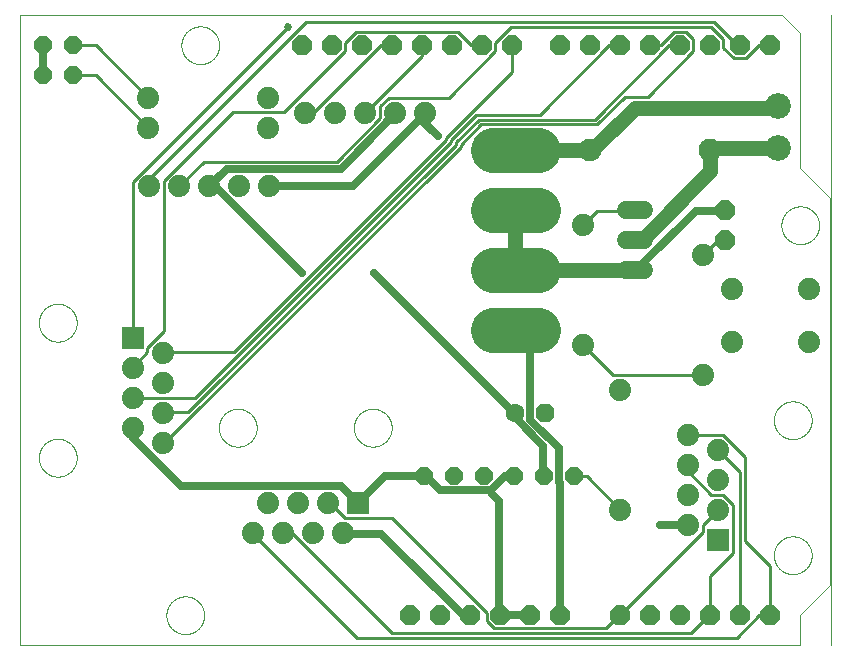
<source format=gtl>
G75*
%MOIN*%
%OFA0B0*%
%FSLAX25Y25*%
%IPPOS*%
%LPD*%
%AMOC8*
5,1,8,0,0,1.08239X$1,22.5*
%
%ADD10C,0.00000*%
%ADD11OC8,0.06600*%
%ADD12C,0.07400*%
%ADD13R,0.07400X0.07400*%
%ADD14C,0.08600*%
%ADD15C,0.06000*%
%ADD16OC8,0.06000*%
%ADD17OC8,0.06300*%
%ADD18C,0.06300*%
%ADD19C,0.15000*%
%ADD20C,0.07600*%
%ADD21C,0.01000*%
%ADD22C,0.02700*%
%ADD23C,0.05000*%
%ADD24C,0.02500*%
D10*
X0031420Y0005000D02*
X0031420Y0215000D01*
X0285420Y0215000D01*
X0291420Y0209000D01*
X0291420Y0164000D01*
X0301420Y0154000D01*
X0301420Y0025000D01*
X0291420Y0015000D01*
X0291420Y0005000D01*
X0031420Y0005000D01*
X0031420Y0214961D01*
X0085121Y0205000D02*
X0085123Y0205158D01*
X0085129Y0205316D01*
X0085139Y0205474D01*
X0085153Y0205632D01*
X0085171Y0205789D01*
X0085192Y0205946D01*
X0085218Y0206102D01*
X0085248Y0206258D01*
X0085281Y0206413D01*
X0085319Y0206566D01*
X0085360Y0206719D01*
X0085405Y0206871D01*
X0085454Y0207022D01*
X0085507Y0207171D01*
X0085563Y0207319D01*
X0085623Y0207465D01*
X0085687Y0207610D01*
X0085755Y0207753D01*
X0085826Y0207895D01*
X0085900Y0208035D01*
X0085978Y0208172D01*
X0086060Y0208308D01*
X0086144Y0208442D01*
X0086233Y0208573D01*
X0086324Y0208702D01*
X0086419Y0208829D01*
X0086516Y0208954D01*
X0086617Y0209076D01*
X0086721Y0209195D01*
X0086828Y0209312D01*
X0086938Y0209426D01*
X0087051Y0209537D01*
X0087166Y0209646D01*
X0087284Y0209751D01*
X0087405Y0209853D01*
X0087528Y0209953D01*
X0087654Y0210049D01*
X0087782Y0210142D01*
X0087912Y0210232D01*
X0088045Y0210318D01*
X0088180Y0210402D01*
X0088316Y0210481D01*
X0088455Y0210558D01*
X0088596Y0210630D01*
X0088738Y0210700D01*
X0088882Y0210765D01*
X0089028Y0210827D01*
X0089175Y0210885D01*
X0089324Y0210940D01*
X0089474Y0210991D01*
X0089625Y0211038D01*
X0089777Y0211081D01*
X0089930Y0211120D01*
X0090085Y0211156D01*
X0090240Y0211187D01*
X0090396Y0211215D01*
X0090552Y0211239D01*
X0090709Y0211259D01*
X0090867Y0211275D01*
X0091024Y0211287D01*
X0091183Y0211295D01*
X0091341Y0211299D01*
X0091499Y0211299D01*
X0091657Y0211295D01*
X0091816Y0211287D01*
X0091973Y0211275D01*
X0092131Y0211259D01*
X0092288Y0211239D01*
X0092444Y0211215D01*
X0092600Y0211187D01*
X0092755Y0211156D01*
X0092910Y0211120D01*
X0093063Y0211081D01*
X0093215Y0211038D01*
X0093366Y0210991D01*
X0093516Y0210940D01*
X0093665Y0210885D01*
X0093812Y0210827D01*
X0093958Y0210765D01*
X0094102Y0210700D01*
X0094244Y0210630D01*
X0094385Y0210558D01*
X0094524Y0210481D01*
X0094660Y0210402D01*
X0094795Y0210318D01*
X0094928Y0210232D01*
X0095058Y0210142D01*
X0095186Y0210049D01*
X0095312Y0209953D01*
X0095435Y0209853D01*
X0095556Y0209751D01*
X0095674Y0209646D01*
X0095789Y0209537D01*
X0095902Y0209426D01*
X0096012Y0209312D01*
X0096119Y0209195D01*
X0096223Y0209076D01*
X0096324Y0208954D01*
X0096421Y0208829D01*
X0096516Y0208702D01*
X0096607Y0208573D01*
X0096696Y0208442D01*
X0096780Y0208308D01*
X0096862Y0208172D01*
X0096940Y0208035D01*
X0097014Y0207895D01*
X0097085Y0207753D01*
X0097153Y0207610D01*
X0097217Y0207465D01*
X0097277Y0207319D01*
X0097333Y0207171D01*
X0097386Y0207022D01*
X0097435Y0206871D01*
X0097480Y0206719D01*
X0097521Y0206566D01*
X0097559Y0206413D01*
X0097592Y0206258D01*
X0097622Y0206102D01*
X0097648Y0205946D01*
X0097669Y0205789D01*
X0097687Y0205632D01*
X0097701Y0205474D01*
X0097711Y0205316D01*
X0097717Y0205158D01*
X0097719Y0205000D01*
X0097717Y0204842D01*
X0097711Y0204684D01*
X0097701Y0204526D01*
X0097687Y0204368D01*
X0097669Y0204211D01*
X0097648Y0204054D01*
X0097622Y0203898D01*
X0097592Y0203742D01*
X0097559Y0203587D01*
X0097521Y0203434D01*
X0097480Y0203281D01*
X0097435Y0203129D01*
X0097386Y0202978D01*
X0097333Y0202829D01*
X0097277Y0202681D01*
X0097217Y0202535D01*
X0097153Y0202390D01*
X0097085Y0202247D01*
X0097014Y0202105D01*
X0096940Y0201965D01*
X0096862Y0201828D01*
X0096780Y0201692D01*
X0096696Y0201558D01*
X0096607Y0201427D01*
X0096516Y0201298D01*
X0096421Y0201171D01*
X0096324Y0201046D01*
X0096223Y0200924D01*
X0096119Y0200805D01*
X0096012Y0200688D01*
X0095902Y0200574D01*
X0095789Y0200463D01*
X0095674Y0200354D01*
X0095556Y0200249D01*
X0095435Y0200147D01*
X0095312Y0200047D01*
X0095186Y0199951D01*
X0095058Y0199858D01*
X0094928Y0199768D01*
X0094795Y0199682D01*
X0094660Y0199598D01*
X0094524Y0199519D01*
X0094385Y0199442D01*
X0094244Y0199370D01*
X0094102Y0199300D01*
X0093958Y0199235D01*
X0093812Y0199173D01*
X0093665Y0199115D01*
X0093516Y0199060D01*
X0093366Y0199009D01*
X0093215Y0198962D01*
X0093063Y0198919D01*
X0092910Y0198880D01*
X0092755Y0198844D01*
X0092600Y0198813D01*
X0092444Y0198785D01*
X0092288Y0198761D01*
X0092131Y0198741D01*
X0091973Y0198725D01*
X0091816Y0198713D01*
X0091657Y0198705D01*
X0091499Y0198701D01*
X0091341Y0198701D01*
X0091183Y0198705D01*
X0091024Y0198713D01*
X0090867Y0198725D01*
X0090709Y0198741D01*
X0090552Y0198761D01*
X0090396Y0198785D01*
X0090240Y0198813D01*
X0090085Y0198844D01*
X0089930Y0198880D01*
X0089777Y0198919D01*
X0089625Y0198962D01*
X0089474Y0199009D01*
X0089324Y0199060D01*
X0089175Y0199115D01*
X0089028Y0199173D01*
X0088882Y0199235D01*
X0088738Y0199300D01*
X0088596Y0199370D01*
X0088455Y0199442D01*
X0088316Y0199519D01*
X0088180Y0199598D01*
X0088045Y0199682D01*
X0087912Y0199768D01*
X0087782Y0199858D01*
X0087654Y0199951D01*
X0087528Y0200047D01*
X0087405Y0200147D01*
X0087284Y0200249D01*
X0087166Y0200354D01*
X0087051Y0200463D01*
X0086938Y0200574D01*
X0086828Y0200688D01*
X0086721Y0200805D01*
X0086617Y0200924D01*
X0086516Y0201046D01*
X0086419Y0201171D01*
X0086324Y0201298D01*
X0086233Y0201427D01*
X0086144Y0201558D01*
X0086060Y0201692D01*
X0085978Y0201828D01*
X0085900Y0201965D01*
X0085826Y0202105D01*
X0085755Y0202247D01*
X0085687Y0202390D01*
X0085623Y0202535D01*
X0085563Y0202681D01*
X0085507Y0202829D01*
X0085454Y0202978D01*
X0085405Y0203129D01*
X0085360Y0203281D01*
X0085319Y0203434D01*
X0085281Y0203587D01*
X0085248Y0203742D01*
X0085218Y0203898D01*
X0085192Y0204054D01*
X0085171Y0204211D01*
X0085153Y0204368D01*
X0085139Y0204526D01*
X0085129Y0204684D01*
X0085123Y0204842D01*
X0085121Y0205000D01*
X0037621Y0112500D02*
X0037623Y0112658D01*
X0037629Y0112816D01*
X0037639Y0112974D01*
X0037653Y0113132D01*
X0037671Y0113289D01*
X0037692Y0113446D01*
X0037718Y0113602D01*
X0037748Y0113758D01*
X0037781Y0113913D01*
X0037819Y0114066D01*
X0037860Y0114219D01*
X0037905Y0114371D01*
X0037954Y0114522D01*
X0038007Y0114671D01*
X0038063Y0114819D01*
X0038123Y0114965D01*
X0038187Y0115110D01*
X0038255Y0115253D01*
X0038326Y0115395D01*
X0038400Y0115535D01*
X0038478Y0115672D01*
X0038560Y0115808D01*
X0038644Y0115942D01*
X0038733Y0116073D01*
X0038824Y0116202D01*
X0038919Y0116329D01*
X0039016Y0116454D01*
X0039117Y0116576D01*
X0039221Y0116695D01*
X0039328Y0116812D01*
X0039438Y0116926D01*
X0039551Y0117037D01*
X0039666Y0117146D01*
X0039784Y0117251D01*
X0039905Y0117353D01*
X0040028Y0117453D01*
X0040154Y0117549D01*
X0040282Y0117642D01*
X0040412Y0117732D01*
X0040545Y0117818D01*
X0040680Y0117902D01*
X0040816Y0117981D01*
X0040955Y0118058D01*
X0041096Y0118130D01*
X0041238Y0118200D01*
X0041382Y0118265D01*
X0041528Y0118327D01*
X0041675Y0118385D01*
X0041824Y0118440D01*
X0041974Y0118491D01*
X0042125Y0118538D01*
X0042277Y0118581D01*
X0042430Y0118620D01*
X0042585Y0118656D01*
X0042740Y0118687D01*
X0042896Y0118715D01*
X0043052Y0118739D01*
X0043209Y0118759D01*
X0043367Y0118775D01*
X0043524Y0118787D01*
X0043683Y0118795D01*
X0043841Y0118799D01*
X0043999Y0118799D01*
X0044157Y0118795D01*
X0044316Y0118787D01*
X0044473Y0118775D01*
X0044631Y0118759D01*
X0044788Y0118739D01*
X0044944Y0118715D01*
X0045100Y0118687D01*
X0045255Y0118656D01*
X0045410Y0118620D01*
X0045563Y0118581D01*
X0045715Y0118538D01*
X0045866Y0118491D01*
X0046016Y0118440D01*
X0046165Y0118385D01*
X0046312Y0118327D01*
X0046458Y0118265D01*
X0046602Y0118200D01*
X0046744Y0118130D01*
X0046885Y0118058D01*
X0047024Y0117981D01*
X0047160Y0117902D01*
X0047295Y0117818D01*
X0047428Y0117732D01*
X0047558Y0117642D01*
X0047686Y0117549D01*
X0047812Y0117453D01*
X0047935Y0117353D01*
X0048056Y0117251D01*
X0048174Y0117146D01*
X0048289Y0117037D01*
X0048402Y0116926D01*
X0048512Y0116812D01*
X0048619Y0116695D01*
X0048723Y0116576D01*
X0048824Y0116454D01*
X0048921Y0116329D01*
X0049016Y0116202D01*
X0049107Y0116073D01*
X0049196Y0115942D01*
X0049280Y0115808D01*
X0049362Y0115672D01*
X0049440Y0115535D01*
X0049514Y0115395D01*
X0049585Y0115253D01*
X0049653Y0115110D01*
X0049717Y0114965D01*
X0049777Y0114819D01*
X0049833Y0114671D01*
X0049886Y0114522D01*
X0049935Y0114371D01*
X0049980Y0114219D01*
X0050021Y0114066D01*
X0050059Y0113913D01*
X0050092Y0113758D01*
X0050122Y0113602D01*
X0050148Y0113446D01*
X0050169Y0113289D01*
X0050187Y0113132D01*
X0050201Y0112974D01*
X0050211Y0112816D01*
X0050217Y0112658D01*
X0050219Y0112500D01*
X0050217Y0112342D01*
X0050211Y0112184D01*
X0050201Y0112026D01*
X0050187Y0111868D01*
X0050169Y0111711D01*
X0050148Y0111554D01*
X0050122Y0111398D01*
X0050092Y0111242D01*
X0050059Y0111087D01*
X0050021Y0110934D01*
X0049980Y0110781D01*
X0049935Y0110629D01*
X0049886Y0110478D01*
X0049833Y0110329D01*
X0049777Y0110181D01*
X0049717Y0110035D01*
X0049653Y0109890D01*
X0049585Y0109747D01*
X0049514Y0109605D01*
X0049440Y0109465D01*
X0049362Y0109328D01*
X0049280Y0109192D01*
X0049196Y0109058D01*
X0049107Y0108927D01*
X0049016Y0108798D01*
X0048921Y0108671D01*
X0048824Y0108546D01*
X0048723Y0108424D01*
X0048619Y0108305D01*
X0048512Y0108188D01*
X0048402Y0108074D01*
X0048289Y0107963D01*
X0048174Y0107854D01*
X0048056Y0107749D01*
X0047935Y0107647D01*
X0047812Y0107547D01*
X0047686Y0107451D01*
X0047558Y0107358D01*
X0047428Y0107268D01*
X0047295Y0107182D01*
X0047160Y0107098D01*
X0047024Y0107019D01*
X0046885Y0106942D01*
X0046744Y0106870D01*
X0046602Y0106800D01*
X0046458Y0106735D01*
X0046312Y0106673D01*
X0046165Y0106615D01*
X0046016Y0106560D01*
X0045866Y0106509D01*
X0045715Y0106462D01*
X0045563Y0106419D01*
X0045410Y0106380D01*
X0045255Y0106344D01*
X0045100Y0106313D01*
X0044944Y0106285D01*
X0044788Y0106261D01*
X0044631Y0106241D01*
X0044473Y0106225D01*
X0044316Y0106213D01*
X0044157Y0106205D01*
X0043999Y0106201D01*
X0043841Y0106201D01*
X0043683Y0106205D01*
X0043524Y0106213D01*
X0043367Y0106225D01*
X0043209Y0106241D01*
X0043052Y0106261D01*
X0042896Y0106285D01*
X0042740Y0106313D01*
X0042585Y0106344D01*
X0042430Y0106380D01*
X0042277Y0106419D01*
X0042125Y0106462D01*
X0041974Y0106509D01*
X0041824Y0106560D01*
X0041675Y0106615D01*
X0041528Y0106673D01*
X0041382Y0106735D01*
X0041238Y0106800D01*
X0041096Y0106870D01*
X0040955Y0106942D01*
X0040816Y0107019D01*
X0040680Y0107098D01*
X0040545Y0107182D01*
X0040412Y0107268D01*
X0040282Y0107358D01*
X0040154Y0107451D01*
X0040028Y0107547D01*
X0039905Y0107647D01*
X0039784Y0107749D01*
X0039666Y0107854D01*
X0039551Y0107963D01*
X0039438Y0108074D01*
X0039328Y0108188D01*
X0039221Y0108305D01*
X0039117Y0108424D01*
X0039016Y0108546D01*
X0038919Y0108671D01*
X0038824Y0108798D01*
X0038733Y0108927D01*
X0038644Y0109058D01*
X0038560Y0109192D01*
X0038478Y0109328D01*
X0038400Y0109465D01*
X0038326Y0109605D01*
X0038255Y0109747D01*
X0038187Y0109890D01*
X0038123Y0110035D01*
X0038063Y0110181D01*
X0038007Y0110329D01*
X0037954Y0110478D01*
X0037905Y0110629D01*
X0037860Y0110781D01*
X0037819Y0110934D01*
X0037781Y0111087D01*
X0037748Y0111242D01*
X0037718Y0111398D01*
X0037692Y0111554D01*
X0037671Y0111711D01*
X0037653Y0111868D01*
X0037639Y0112026D01*
X0037629Y0112184D01*
X0037623Y0112342D01*
X0037621Y0112500D01*
X0097621Y0077500D02*
X0097623Y0077658D01*
X0097629Y0077816D01*
X0097639Y0077974D01*
X0097653Y0078132D01*
X0097671Y0078289D01*
X0097692Y0078446D01*
X0097718Y0078602D01*
X0097748Y0078758D01*
X0097781Y0078913D01*
X0097819Y0079066D01*
X0097860Y0079219D01*
X0097905Y0079371D01*
X0097954Y0079522D01*
X0098007Y0079671D01*
X0098063Y0079819D01*
X0098123Y0079965D01*
X0098187Y0080110D01*
X0098255Y0080253D01*
X0098326Y0080395D01*
X0098400Y0080535D01*
X0098478Y0080672D01*
X0098560Y0080808D01*
X0098644Y0080942D01*
X0098733Y0081073D01*
X0098824Y0081202D01*
X0098919Y0081329D01*
X0099016Y0081454D01*
X0099117Y0081576D01*
X0099221Y0081695D01*
X0099328Y0081812D01*
X0099438Y0081926D01*
X0099551Y0082037D01*
X0099666Y0082146D01*
X0099784Y0082251D01*
X0099905Y0082353D01*
X0100028Y0082453D01*
X0100154Y0082549D01*
X0100282Y0082642D01*
X0100412Y0082732D01*
X0100545Y0082818D01*
X0100680Y0082902D01*
X0100816Y0082981D01*
X0100955Y0083058D01*
X0101096Y0083130D01*
X0101238Y0083200D01*
X0101382Y0083265D01*
X0101528Y0083327D01*
X0101675Y0083385D01*
X0101824Y0083440D01*
X0101974Y0083491D01*
X0102125Y0083538D01*
X0102277Y0083581D01*
X0102430Y0083620D01*
X0102585Y0083656D01*
X0102740Y0083687D01*
X0102896Y0083715D01*
X0103052Y0083739D01*
X0103209Y0083759D01*
X0103367Y0083775D01*
X0103524Y0083787D01*
X0103683Y0083795D01*
X0103841Y0083799D01*
X0103999Y0083799D01*
X0104157Y0083795D01*
X0104316Y0083787D01*
X0104473Y0083775D01*
X0104631Y0083759D01*
X0104788Y0083739D01*
X0104944Y0083715D01*
X0105100Y0083687D01*
X0105255Y0083656D01*
X0105410Y0083620D01*
X0105563Y0083581D01*
X0105715Y0083538D01*
X0105866Y0083491D01*
X0106016Y0083440D01*
X0106165Y0083385D01*
X0106312Y0083327D01*
X0106458Y0083265D01*
X0106602Y0083200D01*
X0106744Y0083130D01*
X0106885Y0083058D01*
X0107024Y0082981D01*
X0107160Y0082902D01*
X0107295Y0082818D01*
X0107428Y0082732D01*
X0107558Y0082642D01*
X0107686Y0082549D01*
X0107812Y0082453D01*
X0107935Y0082353D01*
X0108056Y0082251D01*
X0108174Y0082146D01*
X0108289Y0082037D01*
X0108402Y0081926D01*
X0108512Y0081812D01*
X0108619Y0081695D01*
X0108723Y0081576D01*
X0108824Y0081454D01*
X0108921Y0081329D01*
X0109016Y0081202D01*
X0109107Y0081073D01*
X0109196Y0080942D01*
X0109280Y0080808D01*
X0109362Y0080672D01*
X0109440Y0080535D01*
X0109514Y0080395D01*
X0109585Y0080253D01*
X0109653Y0080110D01*
X0109717Y0079965D01*
X0109777Y0079819D01*
X0109833Y0079671D01*
X0109886Y0079522D01*
X0109935Y0079371D01*
X0109980Y0079219D01*
X0110021Y0079066D01*
X0110059Y0078913D01*
X0110092Y0078758D01*
X0110122Y0078602D01*
X0110148Y0078446D01*
X0110169Y0078289D01*
X0110187Y0078132D01*
X0110201Y0077974D01*
X0110211Y0077816D01*
X0110217Y0077658D01*
X0110219Y0077500D01*
X0110217Y0077342D01*
X0110211Y0077184D01*
X0110201Y0077026D01*
X0110187Y0076868D01*
X0110169Y0076711D01*
X0110148Y0076554D01*
X0110122Y0076398D01*
X0110092Y0076242D01*
X0110059Y0076087D01*
X0110021Y0075934D01*
X0109980Y0075781D01*
X0109935Y0075629D01*
X0109886Y0075478D01*
X0109833Y0075329D01*
X0109777Y0075181D01*
X0109717Y0075035D01*
X0109653Y0074890D01*
X0109585Y0074747D01*
X0109514Y0074605D01*
X0109440Y0074465D01*
X0109362Y0074328D01*
X0109280Y0074192D01*
X0109196Y0074058D01*
X0109107Y0073927D01*
X0109016Y0073798D01*
X0108921Y0073671D01*
X0108824Y0073546D01*
X0108723Y0073424D01*
X0108619Y0073305D01*
X0108512Y0073188D01*
X0108402Y0073074D01*
X0108289Y0072963D01*
X0108174Y0072854D01*
X0108056Y0072749D01*
X0107935Y0072647D01*
X0107812Y0072547D01*
X0107686Y0072451D01*
X0107558Y0072358D01*
X0107428Y0072268D01*
X0107295Y0072182D01*
X0107160Y0072098D01*
X0107024Y0072019D01*
X0106885Y0071942D01*
X0106744Y0071870D01*
X0106602Y0071800D01*
X0106458Y0071735D01*
X0106312Y0071673D01*
X0106165Y0071615D01*
X0106016Y0071560D01*
X0105866Y0071509D01*
X0105715Y0071462D01*
X0105563Y0071419D01*
X0105410Y0071380D01*
X0105255Y0071344D01*
X0105100Y0071313D01*
X0104944Y0071285D01*
X0104788Y0071261D01*
X0104631Y0071241D01*
X0104473Y0071225D01*
X0104316Y0071213D01*
X0104157Y0071205D01*
X0103999Y0071201D01*
X0103841Y0071201D01*
X0103683Y0071205D01*
X0103524Y0071213D01*
X0103367Y0071225D01*
X0103209Y0071241D01*
X0103052Y0071261D01*
X0102896Y0071285D01*
X0102740Y0071313D01*
X0102585Y0071344D01*
X0102430Y0071380D01*
X0102277Y0071419D01*
X0102125Y0071462D01*
X0101974Y0071509D01*
X0101824Y0071560D01*
X0101675Y0071615D01*
X0101528Y0071673D01*
X0101382Y0071735D01*
X0101238Y0071800D01*
X0101096Y0071870D01*
X0100955Y0071942D01*
X0100816Y0072019D01*
X0100680Y0072098D01*
X0100545Y0072182D01*
X0100412Y0072268D01*
X0100282Y0072358D01*
X0100154Y0072451D01*
X0100028Y0072547D01*
X0099905Y0072647D01*
X0099784Y0072749D01*
X0099666Y0072854D01*
X0099551Y0072963D01*
X0099438Y0073074D01*
X0099328Y0073188D01*
X0099221Y0073305D01*
X0099117Y0073424D01*
X0099016Y0073546D01*
X0098919Y0073671D01*
X0098824Y0073798D01*
X0098733Y0073927D01*
X0098644Y0074058D01*
X0098560Y0074192D01*
X0098478Y0074328D01*
X0098400Y0074465D01*
X0098326Y0074605D01*
X0098255Y0074747D01*
X0098187Y0074890D01*
X0098123Y0075035D01*
X0098063Y0075181D01*
X0098007Y0075329D01*
X0097954Y0075478D01*
X0097905Y0075629D01*
X0097860Y0075781D01*
X0097819Y0075934D01*
X0097781Y0076087D01*
X0097748Y0076242D01*
X0097718Y0076398D01*
X0097692Y0076554D01*
X0097671Y0076711D01*
X0097653Y0076868D01*
X0097639Y0077026D01*
X0097629Y0077184D01*
X0097623Y0077342D01*
X0097621Y0077500D01*
X0142621Y0077500D02*
X0142623Y0077658D01*
X0142629Y0077816D01*
X0142639Y0077974D01*
X0142653Y0078132D01*
X0142671Y0078289D01*
X0142692Y0078446D01*
X0142718Y0078602D01*
X0142748Y0078758D01*
X0142781Y0078913D01*
X0142819Y0079066D01*
X0142860Y0079219D01*
X0142905Y0079371D01*
X0142954Y0079522D01*
X0143007Y0079671D01*
X0143063Y0079819D01*
X0143123Y0079965D01*
X0143187Y0080110D01*
X0143255Y0080253D01*
X0143326Y0080395D01*
X0143400Y0080535D01*
X0143478Y0080672D01*
X0143560Y0080808D01*
X0143644Y0080942D01*
X0143733Y0081073D01*
X0143824Y0081202D01*
X0143919Y0081329D01*
X0144016Y0081454D01*
X0144117Y0081576D01*
X0144221Y0081695D01*
X0144328Y0081812D01*
X0144438Y0081926D01*
X0144551Y0082037D01*
X0144666Y0082146D01*
X0144784Y0082251D01*
X0144905Y0082353D01*
X0145028Y0082453D01*
X0145154Y0082549D01*
X0145282Y0082642D01*
X0145412Y0082732D01*
X0145545Y0082818D01*
X0145680Y0082902D01*
X0145816Y0082981D01*
X0145955Y0083058D01*
X0146096Y0083130D01*
X0146238Y0083200D01*
X0146382Y0083265D01*
X0146528Y0083327D01*
X0146675Y0083385D01*
X0146824Y0083440D01*
X0146974Y0083491D01*
X0147125Y0083538D01*
X0147277Y0083581D01*
X0147430Y0083620D01*
X0147585Y0083656D01*
X0147740Y0083687D01*
X0147896Y0083715D01*
X0148052Y0083739D01*
X0148209Y0083759D01*
X0148367Y0083775D01*
X0148524Y0083787D01*
X0148683Y0083795D01*
X0148841Y0083799D01*
X0148999Y0083799D01*
X0149157Y0083795D01*
X0149316Y0083787D01*
X0149473Y0083775D01*
X0149631Y0083759D01*
X0149788Y0083739D01*
X0149944Y0083715D01*
X0150100Y0083687D01*
X0150255Y0083656D01*
X0150410Y0083620D01*
X0150563Y0083581D01*
X0150715Y0083538D01*
X0150866Y0083491D01*
X0151016Y0083440D01*
X0151165Y0083385D01*
X0151312Y0083327D01*
X0151458Y0083265D01*
X0151602Y0083200D01*
X0151744Y0083130D01*
X0151885Y0083058D01*
X0152024Y0082981D01*
X0152160Y0082902D01*
X0152295Y0082818D01*
X0152428Y0082732D01*
X0152558Y0082642D01*
X0152686Y0082549D01*
X0152812Y0082453D01*
X0152935Y0082353D01*
X0153056Y0082251D01*
X0153174Y0082146D01*
X0153289Y0082037D01*
X0153402Y0081926D01*
X0153512Y0081812D01*
X0153619Y0081695D01*
X0153723Y0081576D01*
X0153824Y0081454D01*
X0153921Y0081329D01*
X0154016Y0081202D01*
X0154107Y0081073D01*
X0154196Y0080942D01*
X0154280Y0080808D01*
X0154362Y0080672D01*
X0154440Y0080535D01*
X0154514Y0080395D01*
X0154585Y0080253D01*
X0154653Y0080110D01*
X0154717Y0079965D01*
X0154777Y0079819D01*
X0154833Y0079671D01*
X0154886Y0079522D01*
X0154935Y0079371D01*
X0154980Y0079219D01*
X0155021Y0079066D01*
X0155059Y0078913D01*
X0155092Y0078758D01*
X0155122Y0078602D01*
X0155148Y0078446D01*
X0155169Y0078289D01*
X0155187Y0078132D01*
X0155201Y0077974D01*
X0155211Y0077816D01*
X0155217Y0077658D01*
X0155219Y0077500D01*
X0155217Y0077342D01*
X0155211Y0077184D01*
X0155201Y0077026D01*
X0155187Y0076868D01*
X0155169Y0076711D01*
X0155148Y0076554D01*
X0155122Y0076398D01*
X0155092Y0076242D01*
X0155059Y0076087D01*
X0155021Y0075934D01*
X0154980Y0075781D01*
X0154935Y0075629D01*
X0154886Y0075478D01*
X0154833Y0075329D01*
X0154777Y0075181D01*
X0154717Y0075035D01*
X0154653Y0074890D01*
X0154585Y0074747D01*
X0154514Y0074605D01*
X0154440Y0074465D01*
X0154362Y0074328D01*
X0154280Y0074192D01*
X0154196Y0074058D01*
X0154107Y0073927D01*
X0154016Y0073798D01*
X0153921Y0073671D01*
X0153824Y0073546D01*
X0153723Y0073424D01*
X0153619Y0073305D01*
X0153512Y0073188D01*
X0153402Y0073074D01*
X0153289Y0072963D01*
X0153174Y0072854D01*
X0153056Y0072749D01*
X0152935Y0072647D01*
X0152812Y0072547D01*
X0152686Y0072451D01*
X0152558Y0072358D01*
X0152428Y0072268D01*
X0152295Y0072182D01*
X0152160Y0072098D01*
X0152024Y0072019D01*
X0151885Y0071942D01*
X0151744Y0071870D01*
X0151602Y0071800D01*
X0151458Y0071735D01*
X0151312Y0071673D01*
X0151165Y0071615D01*
X0151016Y0071560D01*
X0150866Y0071509D01*
X0150715Y0071462D01*
X0150563Y0071419D01*
X0150410Y0071380D01*
X0150255Y0071344D01*
X0150100Y0071313D01*
X0149944Y0071285D01*
X0149788Y0071261D01*
X0149631Y0071241D01*
X0149473Y0071225D01*
X0149316Y0071213D01*
X0149157Y0071205D01*
X0148999Y0071201D01*
X0148841Y0071201D01*
X0148683Y0071205D01*
X0148524Y0071213D01*
X0148367Y0071225D01*
X0148209Y0071241D01*
X0148052Y0071261D01*
X0147896Y0071285D01*
X0147740Y0071313D01*
X0147585Y0071344D01*
X0147430Y0071380D01*
X0147277Y0071419D01*
X0147125Y0071462D01*
X0146974Y0071509D01*
X0146824Y0071560D01*
X0146675Y0071615D01*
X0146528Y0071673D01*
X0146382Y0071735D01*
X0146238Y0071800D01*
X0146096Y0071870D01*
X0145955Y0071942D01*
X0145816Y0072019D01*
X0145680Y0072098D01*
X0145545Y0072182D01*
X0145412Y0072268D01*
X0145282Y0072358D01*
X0145154Y0072451D01*
X0145028Y0072547D01*
X0144905Y0072647D01*
X0144784Y0072749D01*
X0144666Y0072854D01*
X0144551Y0072963D01*
X0144438Y0073074D01*
X0144328Y0073188D01*
X0144221Y0073305D01*
X0144117Y0073424D01*
X0144016Y0073546D01*
X0143919Y0073671D01*
X0143824Y0073798D01*
X0143733Y0073927D01*
X0143644Y0074058D01*
X0143560Y0074192D01*
X0143478Y0074328D01*
X0143400Y0074465D01*
X0143326Y0074605D01*
X0143255Y0074747D01*
X0143187Y0074890D01*
X0143123Y0075035D01*
X0143063Y0075181D01*
X0143007Y0075329D01*
X0142954Y0075478D01*
X0142905Y0075629D01*
X0142860Y0075781D01*
X0142819Y0075934D01*
X0142781Y0076087D01*
X0142748Y0076242D01*
X0142718Y0076398D01*
X0142692Y0076554D01*
X0142671Y0076711D01*
X0142653Y0076868D01*
X0142639Y0077026D01*
X0142629Y0077184D01*
X0142623Y0077342D01*
X0142621Y0077500D01*
X0080121Y0015000D02*
X0080123Y0015158D01*
X0080129Y0015316D01*
X0080139Y0015474D01*
X0080153Y0015632D01*
X0080171Y0015789D01*
X0080192Y0015946D01*
X0080218Y0016102D01*
X0080248Y0016258D01*
X0080281Y0016413D01*
X0080319Y0016566D01*
X0080360Y0016719D01*
X0080405Y0016871D01*
X0080454Y0017022D01*
X0080507Y0017171D01*
X0080563Y0017319D01*
X0080623Y0017465D01*
X0080687Y0017610D01*
X0080755Y0017753D01*
X0080826Y0017895D01*
X0080900Y0018035D01*
X0080978Y0018172D01*
X0081060Y0018308D01*
X0081144Y0018442D01*
X0081233Y0018573D01*
X0081324Y0018702D01*
X0081419Y0018829D01*
X0081516Y0018954D01*
X0081617Y0019076D01*
X0081721Y0019195D01*
X0081828Y0019312D01*
X0081938Y0019426D01*
X0082051Y0019537D01*
X0082166Y0019646D01*
X0082284Y0019751D01*
X0082405Y0019853D01*
X0082528Y0019953D01*
X0082654Y0020049D01*
X0082782Y0020142D01*
X0082912Y0020232D01*
X0083045Y0020318D01*
X0083180Y0020402D01*
X0083316Y0020481D01*
X0083455Y0020558D01*
X0083596Y0020630D01*
X0083738Y0020700D01*
X0083882Y0020765D01*
X0084028Y0020827D01*
X0084175Y0020885D01*
X0084324Y0020940D01*
X0084474Y0020991D01*
X0084625Y0021038D01*
X0084777Y0021081D01*
X0084930Y0021120D01*
X0085085Y0021156D01*
X0085240Y0021187D01*
X0085396Y0021215D01*
X0085552Y0021239D01*
X0085709Y0021259D01*
X0085867Y0021275D01*
X0086024Y0021287D01*
X0086183Y0021295D01*
X0086341Y0021299D01*
X0086499Y0021299D01*
X0086657Y0021295D01*
X0086816Y0021287D01*
X0086973Y0021275D01*
X0087131Y0021259D01*
X0087288Y0021239D01*
X0087444Y0021215D01*
X0087600Y0021187D01*
X0087755Y0021156D01*
X0087910Y0021120D01*
X0088063Y0021081D01*
X0088215Y0021038D01*
X0088366Y0020991D01*
X0088516Y0020940D01*
X0088665Y0020885D01*
X0088812Y0020827D01*
X0088958Y0020765D01*
X0089102Y0020700D01*
X0089244Y0020630D01*
X0089385Y0020558D01*
X0089524Y0020481D01*
X0089660Y0020402D01*
X0089795Y0020318D01*
X0089928Y0020232D01*
X0090058Y0020142D01*
X0090186Y0020049D01*
X0090312Y0019953D01*
X0090435Y0019853D01*
X0090556Y0019751D01*
X0090674Y0019646D01*
X0090789Y0019537D01*
X0090902Y0019426D01*
X0091012Y0019312D01*
X0091119Y0019195D01*
X0091223Y0019076D01*
X0091324Y0018954D01*
X0091421Y0018829D01*
X0091516Y0018702D01*
X0091607Y0018573D01*
X0091696Y0018442D01*
X0091780Y0018308D01*
X0091862Y0018172D01*
X0091940Y0018035D01*
X0092014Y0017895D01*
X0092085Y0017753D01*
X0092153Y0017610D01*
X0092217Y0017465D01*
X0092277Y0017319D01*
X0092333Y0017171D01*
X0092386Y0017022D01*
X0092435Y0016871D01*
X0092480Y0016719D01*
X0092521Y0016566D01*
X0092559Y0016413D01*
X0092592Y0016258D01*
X0092622Y0016102D01*
X0092648Y0015946D01*
X0092669Y0015789D01*
X0092687Y0015632D01*
X0092701Y0015474D01*
X0092711Y0015316D01*
X0092717Y0015158D01*
X0092719Y0015000D01*
X0092717Y0014842D01*
X0092711Y0014684D01*
X0092701Y0014526D01*
X0092687Y0014368D01*
X0092669Y0014211D01*
X0092648Y0014054D01*
X0092622Y0013898D01*
X0092592Y0013742D01*
X0092559Y0013587D01*
X0092521Y0013434D01*
X0092480Y0013281D01*
X0092435Y0013129D01*
X0092386Y0012978D01*
X0092333Y0012829D01*
X0092277Y0012681D01*
X0092217Y0012535D01*
X0092153Y0012390D01*
X0092085Y0012247D01*
X0092014Y0012105D01*
X0091940Y0011965D01*
X0091862Y0011828D01*
X0091780Y0011692D01*
X0091696Y0011558D01*
X0091607Y0011427D01*
X0091516Y0011298D01*
X0091421Y0011171D01*
X0091324Y0011046D01*
X0091223Y0010924D01*
X0091119Y0010805D01*
X0091012Y0010688D01*
X0090902Y0010574D01*
X0090789Y0010463D01*
X0090674Y0010354D01*
X0090556Y0010249D01*
X0090435Y0010147D01*
X0090312Y0010047D01*
X0090186Y0009951D01*
X0090058Y0009858D01*
X0089928Y0009768D01*
X0089795Y0009682D01*
X0089660Y0009598D01*
X0089524Y0009519D01*
X0089385Y0009442D01*
X0089244Y0009370D01*
X0089102Y0009300D01*
X0088958Y0009235D01*
X0088812Y0009173D01*
X0088665Y0009115D01*
X0088516Y0009060D01*
X0088366Y0009009D01*
X0088215Y0008962D01*
X0088063Y0008919D01*
X0087910Y0008880D01*
X0087755Y0008844D01*
X0087600Y0008813D01*
X0087444Y0008785D01*
X0087288Y0008761D01*
X0087131Y0008741D01*
X0086973Y0008725D01*
X0086816Y0008713D01*
X0086657Y0008705D01*
X0086499Y0008701D01*
X0086341Y0008701D01*
X0086183Y0008705D01*
X0086024Y0008713D01*
X0085867Y0008725D01*
X0085709Y0008741D01*
X0085552Y0008761D01*
X0085396Y0008785D01*
X0085240Y0008813D01*
X0085085Y0008844D01*
X0084930Y0008880D01*
X0084777Y0008919D01*
X0084625Y0008962D01*
X0084474Y0009009D01*
X0084324Y0009060D01*
X0084175Y0009115D01*
X0084028Y0009173D01*
X0083882Y0009235D01*
X0083738Y0009300D01*
X0083596Y0009370D01*
X0083455Y0009442D01*
X0083316Y0009519D01*
X0083180Y0009598D01*
X0083045Y0009682D01*
X0082912Y0009768D01*
X0082782Y0009858D01*
X0082654Y0009951D01*
X0082528Y0010047D01*
X0082405Y0010147D01*
X0082284Y0010249D01*
X0082166Y0010354D01*
X0082051Y0010463D01*
X0081938Y0010574D01*
X0081828Y0010688D01*
X0081721Y0010805D01*
X0081617Y0010924D01*
X0081516Y0011046D01*
X0081419Y0011171D01*
X0081324Y0011298D01*
X0081233Y0011427D01*
X0081144Y0011558D01*
X0081060Y0011692D01*
X0080978Y0011828D01*
X0080900Y0011965D01*
X0080826Y0012105D01*
X0080755Y0012247D01*
X0080687Y0012390D01*
X0080623Y0012535D01*
X0080563Y0012681D01*
X0080507Y0012829D01*
X0080454Y0012978D01*
X0080405Y0013129D01*
X0080360Y0013281D01*
X0080319Y0013434D01*
X0080281Y0013587D01*
X0080248Y0013742D01*
X0080218Y0013898D01*
X0080192Y0014054D01*
X0080171Y0014211D01*
X0080153Y0014368D01*
X0080139Y0014526D01*
X0080129Y0014684D01*
X0080123Y0014842D01*
X0080121Y0015000D01*
X0037621Y0067500D02*
X0037623Y0067658D01*
X0037629Y0067816D01*
X0037639Y0067974D01*
X0037653Y0068132D01*
X0037671Y0068289D01*
X0037692Y0068446D01*
X0037718Y0068602D01*
X0037748Y0068758D01*
X0037781Y0068913D01*
X0037819Y0069066D01*
X0037860Y0069219D01*
X0037905Y0069371D01*
X0037954Y0069522D01*
X0038007Y0069671D01*
X0038063Y0069819D01*
X0038123Y0069965D01*
X0038187Y0070110D01*
X0038255Y0070253D01*
X0038326Y0070395D01*
X0038400Y0070535D01*
X0038478Y0070672D01*
X0038560Y0070808D01*
X0038644Y0070942D01*
X0038733Y0071073D01*
X0038824Y0071202D01*
X0038919Y0071329D01*
X0039016Y0071454D01*
X0039117Y0071576D01*
X0039221Y0071695D01*
X0039328Y0071812D01*
X0039438Y0071926D01*
X0039551Y0072037D01*
X0039666Y0072146D01*
X0039784Y0072251D01*
X0039905Y0072353D01*
X0040028Y0072453D01*
X0040154Y0072549D01*
X0040282Y0072642D01*
X0040412Y0072732D01*
X0040545Y0072818D01*
X0040680Y0072902D01*
X0040816Y0072981D01*
X0040955Y0073058D01*
X0041096Y0073130D01*
X0041238Y0073200D01*
X0041382Y0073265D01*
X0041528Y0073327D01*
X0041675Y0073385D01*
X0041824Y0073440D01*
X0041974Y0073491D01*
X0042125Y0073538D01*
X0042277Y0073581D01*
X0042430Y0073620D01*
X0042585Y0073656D01*
X0042740Y0073687D01*
X0042896Y0073715D01*
X0043052Y0073739D01*
X0043209Y0073759D01*
X0043367Y0073775D01*
X0043524Y0073787D01*
X0043683Y0073795D01*
X0043841Y0073799D01*
X0043999Y0073799D01*
X0044157Y0073795D01*
X0044316Y0073787D01*
X0044473Y0073775D01*
X0044631Y0073759D01*
X0044788Y0073739D01*
X0044944Y0073715D01*
X0045100Y0073687D01*
X0045255Y0073656D01*
X0045410Y0073620D01*
X0045563Y0073581D01*
X0045715Y0073538D01*
X0045866Y0073491D01*
X0046016Y0073440D01*
X0046165Y0073385D01*
X0046312Y0073327D01*
X0046458Y0073265D01*
X0046602Y0073200D01*
X0046744Y0073130D01*
X0046885Y0073058D01*
X0047024Y0072981D01*
X0047160Y0072902D01*
X0047295Y0072818D01*
X0047428Y0072732D01*
X0047558Y0072642D01*
X0047686Y0072549D01*
X0047812Y0072453D01*
X0047935Y0072353D01*
X0048056Y0072251D01*
X0048174Y0072146D01*
X0048289Y0072037D01*
X0048402Y0071926D01*
X0048512Y0071812D01*
X0048619Y0071695D01*
X0048723Y0071576D01*
X0048824Y0071454D01*
X0048921Y0071329D01*
X0049016Y0071202D01*
X0049107Y0071073D01*
X0049196Y0070942D01*
X0049280Y0070808D01*
X0049362Y0070672D01*
X0049440Y0070535D01*
X0049514Y0070395D01*
X0049585Y0070253D01*
X0049653Y0070110D01*
X0049717Y0069965D01*
X0049777Y0069819D01*
X0049833Y0069671D01*
X0049886Y0069522D01*
X0049935Y0069371D01*
X0049980Y0069219D01*
X0050021Y0069066D01*
X0050059Y0068913D01*
X0050092Y0068758D01*
X0050122Y0068602D01*
X0050148Y0068446D01*
X0050169Y0068289D01*
X0050187Y0068132D01*
X0050201Y0067974D01*
X0050211Y0067816D01*
X0050217Y0067658D01*
X0050219Y0067500D01*
X0050217Y0067342D01*
X0050211Y0067184D01*
X0050201Y0067026D01*
X0050187Y0066868D01*
X0050169Y0066711D01*
X0050148Y0066554D01*
X0050122Y0066398D01*
X0050092Y0066242D01*
X0050059Y0066087D01*
X0050021Y0065934D01*
X0049980Y0065781D01*
X0049935Y0065629D01*
X0049886Y0065478D01*
X0049833Y0065329D01*
X0049777Y0065181D01*
X0049717Y0065035D01*
X0049653Y0064890D01*
X0049585Y0064747D01*
X0049514Y0064605D01*
X0049440Y0064465D01*
X0049362Y0064328D01*
X0049280Y0064192D01*
X0049196Y0064058D01*
X0049107Y0063927D01*
X0049016Y0063798D01*
X0048921Y0063671D01*
X0048824Y0063546D01*
X0048723Y0063424D01*
X0048619Y0063305D01*
X0048512Y0063188D01*
X0048402Y0063074D01*
X0048289Y0062963D01*
X0048174Y0062854D01*
X0048056Y0062749D01*
X0047935Y0062647D01*
X0047812Y0062547D01*
X0047686Y0062451D01*
X0047558Y0062358D01*
X0047428Y0062268D01*
X0047295Y0062182D01*
X0047160Y0062098D01*
X0047024Y0062019D01*
X0046885Y0061942D01*
X0046744Y0061870D01*
X0046602Y0061800D01*
X0046458Y0061735D01*
X0046312Y0061673D01*
X0046165Y0061615D01*
X0046016Y0061560D01*
X0045866Y0061509D01*
X0045715Y0061462D01*
X0045563Y0061419D01*
X0045410Y0061380D01*
X0045255Y0061344D01*
X0045100Y0061313D01*
X0044944Y0061285D01*
X0044788Y0061261D01*
X0044631Y0061241D01*
X0044473Y0061225D01*
X0044316Y0061213D01*
X0044157Y0061205D01*
X0043999Y0061201D01*
X0043841Y0061201D01*
X0043683Y0061205D01*
X0043524Y0061213D01*
X0043367Y0061225D01*
X0043209Y0061241D01*
X0043052Y0061261D01*
X0042896Y0061285D01*
X0042740Y0061313D01*
X0042585Y0061344D01*
X0042430Y0061380D01*
X0042277Y0061419D01*
X0042125Y0061462D01*
X0041974Y0061509D01*
X0041824Y0061560D01*
X0041675Y0061615D01*
X0041528Y0061673D01*
X0041382Y0061735D01*
X0041238Y0061800D01*
X0041096Y0061870D01*
X0040955Y0061942D01*
X0040816Y0062019D01*
X0040680Y0062098D01*
X0040545Y0062182D01*
X0040412Y0062268D01*
X0040282Y0062358D01*
X0040154Y0062451D01*
X0040028Y0062547D01*
X0039905Y0062647D01*
X0039784Y0062749D01*
X0039666Y0062854D01*
X0039551Y0062963D01*
X0039438Y0063074D01*
X0039328Y0063188D01*
X0039221Y0063305D01*
X0039117Y0063424D01*
X0039016Y0063546D01*
X0038919Y0063671D01*
X0038824Y0063798D01*
X0038733Y0063927D01*
X0038644Y0064058D01*
X0038560Y0064192D01*
X0038478Y0064328D01*
X0038400Y0064465D01*
X0038326Y0064605D01*
X0038255Y0064747D01*
X0038187Y0064890D01*
X0038123Y0065035D01*
X0038063Y0065181D01*
X0038007Y0065329D01*
X0037954Y0065478D01*
X0037905Y0065629D01*
X0037860Y0065781D01*
X0037819Y0065934D01*
X0037781Y0066087D01*
X0037748Y0066242D01*
X0037718Y0066398D01*
X0037692Y0066554D01*
X0037671Y0066711D01*
X0037653Y0066868D01*
X0037639Y0067026D01*
X0037629Y0067184D01*
X0037623Y0067342D01*
X0037621Y0067500D01*
X0282621Y0080000D02*
X0282623Y0080158D01*
X0282629Y0080316D01*
X0282639Y0080474D01*
X0282653Y0080632D01*
X0282671Y0080789D01*
X0282692Y0080946D01*
X0282718Y0081102D01*
X0282748Y0081258D01*
X0282781Y0081413D01*
X0282819Y0081566D01*
X0282860Y0081719D01*
X0282905Y0081871D01*
X0282954Y0082022D01*
X0283007Y0082171D01*
X0283063Y0082319D01*
X0283123Y0082465D01*
X0283187Y0082610D01*
X0283255Y0082753D01*
X0283326Y0082895D01*
X0283400Y0083035D01*
X0283478Y0083172D01*
X0283560Y0083308D01*
X0283644Y0083442D01*
X0283733Y0083573D01*
X0283824Y0083702D01*
X0283919Y0083829D01*
X0284016Y0083954D01*
X0284117Y0084076D01*
X0284221Y0084195D01*
X0284328Y0084312D01*
X0284438Y0084426D01*
X0284551Y0084537D01*
X0284666Y0084646D01*
X0284784Y0084751D01*
X0284905Y0084853D01*
X0285028Y0084953D01*
X0285154Y0085049D01*
X0285282Y0085142D01*
X0285412Y0085232D01*
X0285545Y0085318D01*
X0285680Y0085402D01*
X0285816Y0085481D01*
X0285955Y0085558D01*
X0286096Y0085630D01*
X0286238Y0085700D01*
X0286382Y0085765D01*
X0286528Y0085827D01*
X0286675Y0085885D01*
X0286824Y0085940D01*
X0286974Y0085991D01*
X0287125Y0086038D01*
X0287277Y0086081D01*
X0287430Y0086120D01*
X0287585Y0086156D01*
X0287740Y0086187D01*
X0287896Y0086215D01*
X0288052Y0086239D01*
X0288209Y0086259D01*
X0288367Y0086275D01*
X0288524Y0086287D01*
X0288683Y0086295D01*
X0288841Y0086299D01*
X0288999Y0086299D01*
X0289157Y0086295D01*
X0289316Y0086287D01*
X0289473Y0086275D01*
X0289631Y0086259D01*
X0289788Y0086239D01*
X0289944Y0086215D01*
X0290100Y0086187D01*
X0290255Y0086156D01*
X0290410Y0086120D01*
X0290563Y0086081D01*
X0290715Y0086038D01*
X0290866Y0085991D01*
X0291016Y0085940D01*
X0291165Y0085885D01*
X0291312Y0085827D01*
X0291458Y0085765D01*
X0291602Y0085700D01*
X0291744Y0085630D01*
X0291885Y0085558D01*
X0292024Y0085481D01*
X0292160Y0085402D01*
X0292295Y0085318D01*
X0292428Y0085232D01*
X0292558Y0085142D01*
X0292686Y0085049D01*
X0292812Y0084953D01*
X0292935Y0084853D01*
X0293056Y0084751D01*
X0293174Y0084646D01*
X0293289Y0084537D01*
X0293402Y0084426D01*
X0293512Y0084312D01*
X0293619Y0084195D01*
X0293723Y0084076D01*
X0293824Y0083954D01*
X0293921Y0083829D01*
X0294016Y0083702D01*
X0294107Y0083573D01*
X0294196Y0083442D01*
X0294280Y0083308D01*
X0294362Y0083172D01*
X0294440Y0083035D01*
X0294514Y0082895D01*
X0294585Y0082753D01*
X0294653Y0082610D01*
X0294717Y0082465D01*
X0294777Y0082319D01*
X0294833Y0082171D01*
X0294886Y0082022D01*
X0294935Y0081871D01*
X0294980Y0081719D01*
X0295021Y0081566D01*
X0295059Y0081413D01*
X0295092Y0081258D01*
X0295122Y0081102D01*
X0295148Y0080946D01*
X0295169Y0080789D01*
X0295187Y0080632D01*
X0295201Y0080474D01*
X0295211Y0080316D01*
X0295217Y0080158D01*
X0295219Y0080000D01*
X0295217Y0079842D01*
X0295211Y0079684D01*
X0295201Y0079526D01*
X0295187Y0079368D01*
X0295169Y0079211D01*
X0295148Y0079054D01*
X0295122Y0078898D01*
X0295092Y0078742D01*
X0295059Y0078587D01*
X0295021Y0078434D01*
X0294980Y0078281D01*
X0294935Y0078129D01*
X0294886Y0077978D01*
X0294833Y0077829D01*
X0294777Y0077681D01*
X0294717Y0077535D01*
X0294653Y0077390D01*
X0294585Y0077247D01*
X0294514Y0077105D01*
X0294440Y0076965D01*
X0294362Y0076828D01*
X0294280Y0076692D01*
X0294196Y0076558D01*
X0294107Y0076427D01*
X0294016Y0076298D01*
X0293921Y0076171D01*
X0293824Y0076046D01*
X0293723Y0075924D01*
X0293619Y0075805D01*
X0293512Y0075688D01*
X0293402Y0075574D01*
X0293289Y0075463D01*
X0293174Y0075354D01*
X0293056Y0075249D01*
X0292935Y0075147D01*
X0292812Y0075047D01*
X0292686Y0074951D01*
X0292558Y0074858D01*
X0292428Y0074768D01*
X0292295Y0074682D01*
X0292160Y0074598D01*
X0292024Y0074519D01*
X0291885Y0074442D01*
X0291744Y0074370D01*
X0291602Y0074300D01*
X0291458Y0074235D01*
X0291312Y0074173D01*
X0291165Y0074115D01*
X0291016Y0074060D01*
X0290866Y0074009D01*
X0290715Y0073962D01*
X0290563Y0073919D01*
X0290410Y0073880D01*
X0290255Y0073844D01*
X0290100Y0073813D01*
X0289944Y0073785D01*
X0289788Y0073761D01*
X0289631Y0073741D01*
X0289473Y0073725D01*
X0289316Y0073713D01*
X0289157Y0073705D01*
X0288999Y0073701D01*
X0288841Y0073701D01*
X0288683Y0073705D01*
X0288524Y0073713D01*
X0288367Y0073725D01*
X0288209Y0073741D01*
X0288052Y0073761D01*
X0287896Y0073785D01*
X0287740Y0073813D01*
X0287585Y0073844D01*
X0287430Y0073880D01*
X0287277Y0073919D01*
X0287125Y0073962D01*
X0286974Y0074009D01*
X0286824Y0074060D01*
X0286675Y0074115D01*
X0286528Y0074173D01*
X0286382Y0074235D01*
X0286238Y0074300D01*
X0286096Y0074370D01*
X0285955Y0074442D01*
X0285816Y0074519D01*
X0285680Y0074598D01*
X0285545Y0074682D01*
X0285412Y0074768D01*
X0285282Y0074858D01*
X0285154Y0074951D01*
X0285028Y0075047D01*
X0284905Y0075147D01*
X0284784Y0075249D01*
X0284666Y0075354D01*
X0284551Y0075463D01*
X0284438Y0075574D01*
X0284328Y0075688D01*
X0284221Y0075805D01*
X0284117Y0075924D01*
X0284016Y0076046D01*
X0283919Y0076171D01*
X0283824Y0076298D01*
X0283733Y0076427D01*
X0283644Y0076558D01*
X0283560Y0076692D01*
X0283478Y0076828D01*
X0283400Y0076965D01*
X0283326Y0077105D01*
X0283255Y0077247D01*
X0283187Y0077390D01*
X0283123Y0077535D01*
X0283063Y0077681D01*
X0283007Y0077829D01*
X0282954Y0077978D01*
X0282905Y0078129D01*
X0282860Y0078281D01*
X0282819Y0078434D01*
X0282781Y0078587D01*
X0282748Y0078742D01*
X0282718Y0078898D01*
X0282692Y0079054D01*
X0282671Y0079211D01*
X0282653Y0079368D01*
X0282639Y0079526D01*
X0282629Y0079684D01*
X0282623Y0079842D01*
X0282621Y0080000D01*
X0282621Y0035000D02*
X0282623Y0035158D01*
X0282629Y0035316D01*
X0282639Y0035474D01*
X0282653Y0035632D01*
X0282671Y0035789D01*
X0282692Y0035946D01*
X0282718Y0036102D01*
X0282748Y0036258D01*
X0282781Y0036413D01*
X0282819Y0036566D01*
X0282860Y0036719D01*
X0282905Y0036871D01*
X0282954Y0037022D01*
X0283007Y0037171D01*
X0283063Y0037319D01*
X0283123Y0037465D01*
X0283187Y0037610D01*
X0283255Y0037753D01*
X0283326Y0037895D01*
X0283400Y0038035D01*
X0283478Y0038172D01*
X0283560Y0038308D01*
X0283644Y0038442D01*
X0283733Y0038573D01*
X0283824Y0038702D01*
X0283919Y0038829D01*
X0284016Y0038954D01*
X0284117Y0039076D01*
X0284221Y0039195D01*
X0284328Y0039312D01*
X0284438Y0039426D01*
X0284551Y0039537D01*
X0284666Y0039646D01*
X0284784Y0039751D01*
X0284905Y0039853D01*
X0285028Y0039953D01*
X0285154Y0040049D01*
X0285282Y0040142D01*
X0285412Y0040232D01*
X0285545Y0040318D01*
X0285680Y0040402D01*
X0285816Y0040481D01*
X0285955Y0040558D01*
X0286096Y0040630D01*
X0286238Y0040700D01*
X0286382Y0040765D01*
X0286528Y0040827D01*
X0286675Y0040885D01*
X0286824Y0040940D01*
X0286974Y0040991D01*
X0287125Y0041038D01*
X0287277Y0041081D01*
X0287430Y0041120D01*
X0287585Y0041156D01*
X0287740Y0041187D01*
X0287896Y0041215D01*
X0288052Y0041239D01*
X0288209Y0041259D01*
X0288367Y0041275D01*
X0288524Y0041287D01*
X0288683Y0041295D01*
X0288841Y0041299D01*
X0288999Y0041299D01*
X0289157Y0041295D01*
X0289316Y0041287D01*
X0289473Y0041275D01*
X0289631Y0041259D01*
X0289788Y0041239D01*
X0289944Y0041215D01*
X0290100Y0041187D01*
X0290255Y0041156D01*
X0290410Y0041120D01*
X0290563Y0041081D01*
X0290715Y0041038D01*
X0290866Y0040991D01*
X0291016Y0040940D01*
X0291165Y0040885D01*
X0291312Y0040827D01*
X0291458Y0040765D01*
X0291602Y0040700D01*
X0291744Y0040630D01*
X0291885Y0040558D01*
X0292024Y0040481D01*
X0292160Y0040402D01*
X0292295Y0040318D01*
X0292428Y0040232D01*
X0292558Y0040142D01*
X0292686Y0040049D01*
X0292812Y0039953D01*
X0292935Y0039853D01*
X0293056Y0039751D01*
X0293174Y0039646D01*
X0293289Y0039537D01*
X0293402Y0039426D01*
X0293512Y0039312D01*
X0293619Y0039195D01*
X0293723Y0039076D01*
X0293824Y0038954D01*
X0293921Y0038829D01*
X0294016Y0038702D01*
X0294107Y0038573D01*
X0294196Y0038442D01*
X0294280Y0038308D01*
X0294362Y0038172D01*
X0294440Y0038035D01*
X0294514Y0037895D01*
X0294585Y0037753D01*
X0294653Y0037610D01*
X0294717Y0037465D01*
X0294777Y0037319D01*
X0294833Y0037171D01*
X0294886Y0037022D01*
X0294935Y0036871D01*
X0294980Y0036719D01*
X0295021Y0036566D01*
X0295059Y0036413D01*
X0295092Y0036258D01*
X0295122Y0036102D01*
X0295148Y0035946D01*
X0295169Y0035789D01*
X0295187Y0035632D01*
X0295201Y0035474D01*
X0295211Y0035316D01*
X0295217Y0035158D01*
X0295219Y0035000D01*
X0295217Y0034842D01*
X0295211Y0034684D01*
X0295201Y0034526D01*
X0295187Y0034368D01*
X0295169Y0034211D01*
X0295148Y0034054D01*
X0295122Y0033898D01*
X0295092Y0033742D01*
X0295059Y0033587D01*
X0295021Y0033434D01*
X0294980Y0033281D01*
X0294935Y0033129D01*
X0294886Y0032978D01*
X0294833Y0032829D01*
X0294777Y0032681D01*
X0294717Y0032535D01*
X0294653Y0032390D01*
X0294585Y0032247D01*
X0294514Y0032105D01*
X0294440Y0031965D01*
X0294362Y0031828D01*
X0294280Y0031692D01*
X0294196Y0031558D01*
X0294107Y0031427D01*
X0294016Y0031298D01*
X0293921Y0031171D01*
X0293824Y0031046D01*
X0293723Y0030924D01*
X0293619Y0030805D01*
X0293512Y0030688D01*
X0293402Y0030574D01*
X0293289Y0030463D01*
X0293174Y0030354D01*
X0293056Y0030249D01*
X0292935Y0030147D01*
X0292812Y0030047D01*
X0292686Y0029951D01*
X0292558Y0029858D01*
X0292428Y0029768D01*
X0292295Y0029682D01*
X0292160Y0029598D01*
X0292024Y0029519D01*
X0291885Y0029442D01*
X0291744Y0029370D01*
X0291602Y0029300D01*
X0291458Y0029235D01*
X0291312Y0029173D01*
X0291165Y0029115D01*
X0291016Y0029060D01*
X0290866Y0029009D01*
X0290715Y0028962D01*
X0290563Y0028919D01*
X0290410Y0028880D01*
X0290255Y0028844D01*
X0290100Y0028813D01*
X0289944Y0028785D01*
X0289788Y0028761D01*
X0289631Y0028741D01*
X0289473Y0028725D01*
X0289316Y0028713D01*
X0289157Y0028705D01*
X0288999Y0028701D01*
X0288841Y0028701D01*
X0288683Y0028705D01*
X0288524Y0028713D01*
X0288367Y0028725D01*
X0288209Y0028741D01*
X0288052Y0028761D01*
X0287896Y0028785D01*
X0287740Y0028813D01*
X0287585Y0028844D01*
X0287430Y0028880D01*
X0287277Y0028919D01*
X0287125Y0028962D01*
X0286974Y0029009D01*
X0286824Y0029060D01*
X0286675Y0029115D01*
X0286528Y0029173D01*
X0286382Y0029235D01*
X0286238Y0029300D01*
X0286096Y0029370D01*
X0285955Y0029442D01*
X0285816Y0029519D01*
X0285680Y0029598D01*
X0285545Y0029682D01*
X0285412Y0029768D01*
X0285282Y0029858D01*
X0285154Y0029951D01*
X0285028Y0030047D01*
X0284905Y0030147D01*
X0284784Y0030249D01*
X0284666Y0030354D01*
X0284551Y0030463D01*
X0284438Y0030574D01*
X0284328Y0030688D01*
X0284221Y0030805D01*
X0284117Y0030924D01*
X0284016Y0031046D01*
X0283919Y0031171D01*
X0283824Y0031298D01*
X0283733Y0031427D01*
X0283644Y0031558D01*
X0283560Y0031692D01*
X0283478Y0031828D01*
X0283400Y0031965D01*
X0283326Y0032105D01*
X0283255Y0032247D01*
X0283187Y0032390D01*
X0283123Y0032535D01*
X0283063Y0032681D01*
X0283007Y0032829D01*
X0282954Y0032978D01*
X0282905Y0033129D01*
X0282860Y0033281D01*
X0282819Y0033434D01*
X0282781Y0033587D01*
X0282748Y0033742D01*
X0282718Y0033898D01*
X0282692Y0034054D01*
X0282671Y0034211D01*
X0282653Y0034368D01*
X0282639Y0034526D01*
X0282629Y0034684D01*
X0282623Y0034842D01*
X0282621Y0035000D01*
X0301620Y0005000D02*
X0301620Y0214961D01*
X0285121Y0145000D02*
X0285123Y0145158D01*
X0285129Y0145316D01*
X0285139Y0145474D01*
X0285153Y0145632D01*
X0285171Y0145789D01*
X0285192Y0145946D01*
X0285218Y0146102D01*
X0285248Y0146258D01*
X0285281Y0146413D01*
X0285319Y0146566D01*
X0285360Y0146719D01*
X0285405Y0146871D01*
X0285454Y0147022D01*
X0285507Y0147171D01*
X0285563Y0147319D01*
X0285623Y0147465D01*
X0285687Y0147610D01*
X0285755Y0147753D01*
X0285826Y0147895D01*
X0285900Y0148035D01*
X0285978Y0148172D01*
X0286060Y0148308D01*
X0286144Y0148442D01*
X0286233Y0148573D01*
X0286324Y0148702D01*
X0286419Y0148829D01*
X0286516Y0148954D01*
X0286617Y0149076D01*
X0286721Y0149195D01*
X0286828Y0149312D01*
X0286938Y0149426D01*
X0287051Y0149537D01*
X0287166Y0149646D01*
X0287284Y0149751D01*
X0287405Y0149853D01*
X0287528Y0149953D01*
X0287654Y0150049D01*
X0287782Y0150142D01*
X0287912Y0150232D01*
X0288045Y0150318D01*
X0288180Y0150402D01*
X0288316Y0150481D01*
X0288455Y0150558D01*
X0288596Y0150630D01*
X0288738Y0150700D01*
X0288882Y0150765D01*
X0289028Y0150827D01*
X0289175Y0150885D01*
X0289324Y0150940D01*
X0289474Y0150991D01*
X0289625Y0151038D01*
X0289777Y0151081D01*
X0289930Y0151120D01*
X0290085Y0151156D01*
X0290240Y0151187D01*
X0290396Y0151215D01*
X0290552Y0151239D01*
X0290709Y0151259D01*
X0290867Y0151275D01*
X0291024Y0151287D01*
X0291183Y0151295D01*
X0291341Y0151299D01*
X0291499Y0151299D01*
X0291657Y0151295D01*
X0291816Y0151287D01*
X0291973Y0151275D01*
X0292131Y0151259D01*
X0292288Y0151239D01*
X0292444Y0151215D01*
X0292600Y0151187D01*
X0292755Y0151156D01*
X0292910Y0151120D01*
X0293063Y0151081D01*
X0293215Y0151038D01*
X0293366Y0150991D01*
X0293516Y0150940D01*
X0293665Y0150885D01*
X0293812Y0150827D01*
X0293958Y0150765D01*
X0294102Y0150700D01*
X0294244Y0150630D01*
X0294385Y0150558D01*
X0294524Y0150481D01*
X0294660Y0150402D01*
X0294795Y0150318D01*
X0294928Y0150232D01*
X0295058Y0150142D01*
X0295186Y0150049D01*
X0295312Y0149953D01*
X0295435Y0149853D01*
X0295556Y0149751D01*
X0295674Y0149646D01*
X0295789Y0149537D01*
X0295902Y0149426D01*
X0296012Y0149312D01*
X0296119Y0149195D01*
X0296223Y0149076D01*
X0296324Y0148954D01*
X0296421Y0148829D01*
X0296516Y0148702D01*
X0296607Y0148573D01*
X0296696Y0148442D01*
X0296780Y0148308D01*
X0296862Y0148172D01*
X0296940Y0148035D01*
X0297014Y0147895D01*
X0297085Y0147753D01*
X0297153Y0147610D01*
X0297217Y0147465D01*
X0297277Y0147319D01*
X0297333Y0147171D01*
X0297386Y0147022D01*
X0297435Y0146871D01*
X0297480Y0146719D01*
X0297521Y0146566D01*
X0297559Y0146413D01*
X0297592Y0146258D01*
X0297622Y0146102D01*
X0297648Y0145946D01*
X0297669Y0145789D01*
X0297687Y0145632D01*
X0297701Y0145474D01*
X0297711Y0145316D01*
X0297717Y0145158D01*
X0297719Y0145000D01*
X0297717Y0144842D01*
X0297711Y0144684D01*
X0297701Y0144526D01*
X0297687Y0144368D01*
X0297669Y0144211D01*
X0297648Y0144054D01*
X0297622Y0143898D01*
X0297592Y0143742D01*
X0297559Y0143587D01*
X0297521Y0143434D01*
X0297480Y0143281D01*
X0297435Y0143129D01*
X0297386Y0142978D01*
X0297333Y0142829D01*
X0297277Y0142681D01*
X0297217Y0142535D01*
X0297153Y0142390D01*
X0297085Y0142247D01*
X0297014Y0142105D01*
X0296940Y0141965D01*
X0296862Y0141828D01*
X0296780Y0141692D01*
X0296696Y0141558D01*
X0296607Y0141427D01*
X0296516Y0141298D01*
X0296421Y0141171D01*
X0296324Y0141046D01*
X0296223Y0140924D01*
X0296119Y0140805D01*
X0296012Y0140688D01*
X0295902Y0140574D01*
X0295789Y0140463D01*
X0295674Y0140354D01*
X0295556Y0140249D01*
X0295435Y0140147D01*
X0295312Y0140047D01*
X0295186Y0139951D01*
X0295058Y0139858D01*
X0294928Y0139768D01*
X0294795Y0139682D01*
X0294660Y0139598D01*
X0294524Y0139519D01*
X0294385Y0139442D01*
X0294244Y0139370D01*
X0294102Y0139300D01*
X0293958Y0139235D01*
X0293812Y0139173D01*
X0293665Y0139115D01*
X0293516Y0139060D01*
X0293366Y0139009D01*
X0293215Y0138962D01*
X0293063Y0138919D01*
X0292910Y0138880D01*
X0292755Y0138844D01*
X0292600Y0138813D01*
X0292444Y0138785D01*
X0292288Y0138761D01*
X0292131Y0138741D01*
X0291973Y0138725D01*
X0291816Y0138713D01*
X0291657Y0138705D01*
X0291499Y0138701D01*
X0291341Y0138701D01*
X0291183Y0138705D01*
X0291024Y0138713D01*
X0290867Y0138725D01*
X0290709Y0138741D01*
X0290552Y0138761D01*
X0290396Y0138785D01*
X0290240Y0138813D01*
X0290085Y0138844D01*
X0289930Y0138880D01*
X0289777Y0138919D01*
X0289625Y0138962D01*
X0289474Y0139009D01*
X0289324Y0139060D01*
X0289175Y0139115D01*
X0289028Y0139173D01*
X0288882Y0139235D01*
X0288738Y0139300D01*
X0288596Y0139370D01*
X0288455Y0139442D01*
X0288316Y0139519D01*
X0288180Y0139598D01*
X0288045Y0139682D01*
X0287912Y0139768D01*
X0287782Y0139858D01*
X0287654Y0139951D01*
X0287528Y0140047D01*
X0287405Y0140147D01*
X0287284Y0140249D01*
X0287166Y0140354D01*
X0287051Y0140463D01*
X0286938Y0140574D01*
X0286828Y0140688D01*
X0286721Y0140805D01*
X0286617Y0140924D01*
X0286516Y0141046D01*
X0286419Y0141171D01*
X0286324Y0141298D01*
X0286233Y0141427D01*
X0286144Y0141558D01*
X0286060Y0141692D01*
X0285978Y0141828D01*
X0285900Y0141965D01*
X0285826Y0142105D01*
X0285755Y0142247D01*
X0285687Y0142390D01*
X0285623Y0142535D01*
X0285563Y0142681D01*
X0285507Y0142829D01*
X0285454Y0142978D01*
X0285405Y0143129D01*
X0285360Y0143281D01*
X0285319Y0143434D01*
X0285281Y0143587D01*
X0285248Y0143742D01*
X0285218Y0143898D01*
X0285192Y0144054D01*
X0285171Y0144211D01*
X0285153Y0144368D01*
X0285139Y0144526D01*
X0285129Y0144684D01*
X0285123Y0144842D01*
X0285121Y0145000D01*
D11*
X0266420Y0140000D03*
X0266420Y0150000D03*
X0271420Y0205000D03*
X0281420Y0205000D03*
X0261420Y0205000D03*
X0251420Y0205000D03*
X0241420Y0205000D03*
X0231420Y0205000D03*
X0221420Y0205000D03*
X0211420Y0205000D03*
X0195420Y0205000D03*
X0185420Y0205000D03*
X0175420Y0205000D03*
X0165420Y0205000D03*
X0155420Y0205000D03*
X0145420Y0205000D03*
X0135420Y0205000D03*
X0125420Y0205000D03*
X0161420Y0015000D03*
X0171420Y0015000D03*
X0181420Y0015000D03*
X0191420Y0015000D03*
X0201420Y0015000D03*
X0211420Y0015000D03*
X0231420Y0015000D03*
X0241420Y0015000D03*
X0251420Y0015000D03*
X0261420Y0015000D03*
X0271420Y0015000D03*
X0281420Y0015000D03*
D12*
X0253920Y0045000D03*
X0263920Y0050000D03*
X0253920Y0055000D03*
X0263920Y0060000D03*
X0253920Y0065000D03*
X0263920Y0070000D03*
X0253920Y0075000D03*
X0231420Y0090000D03*
X0218920Y0105000D03*
X0258920Y0095000D03*
X0268620Y0106100D03*
X0268620Y0123900D03*
X0258920Y0135000D03*
X0294220Y0123900D03*
X0294220Y0106100D03*
X0218920Y0145000D03*
X0166420Y0182500D03*
X0156420Y0182500D03*
X0146420Y0182500D03*
X0136420Y0182500D03*
X0126420Y0182500D03*
X0113920Y0177500D03*
X0113920Y0187500D03*
X0073920Y0187500D03*
X0073920Y0177500D03*
X0074420Y0158000D03*
X0084420Y0158000D03*
X0094420Y0158000D03*
X0104420Y0158000D03*
X0114420Y0158000D03*
X0078920Y0102500D03*
X0068920Y0097500D03*
X0078920Y0092500D03*
X0068920Y0087500D03*
X0078920Y0082500D03*
X0068920Y0077500D03*
X0078920Y0072500D03*
X0113920Y0052500D03*
X0123920Y0052500D03*
X0133920Y0052500D03*
X0138920Y0042500D03*
X0128920Y0042500D03*
X0118920Y0042500D03*
X0108920Y0042500D03*
X0231420Y0050000D03*
D13*
X0263920Y0040000D03*
X0143920Y0052500D03*
X0068920Y0107500D03*
D14*
X0283920Y0170807D03*
X0283920Y0184587D03*
D15*
X0239420Y0150000D02*
X0233420Y0150000D01*
X0233420Y0140000D02*
X0239420Y0140000D01*
X0239420Y0130000D02*
X0233420Y0130000D01*
D16*
X0215920Y0061500D03*
X0205920Y0061500D03*
X0195920Y0061500D03*
X0185920Y0061500D03*
X0175920Y0061500D03*
X0165920Y0061500D03*
X0048920Y0195000D03*
X0038920Y0195000D03*
X0038920Y0205000D03*
X0048920Y0205000D03*
D17*
X0206420Y0082500D03*
D18*
X0196420Y0082500D03*
D19*
X0203920Y0110000D02*
X0188920Y0110000D01*
X0188920Y0130000D02*
X0203920Y0130000D01*
X0203920Y0150000D02*
X0188920Y0150000D01*
X0188920Y0170000D02*
X0203920Y0170000D01*
D20*
X0221420Y0170000D03*
X0261420Y0170000D03*
D21*
X0240620Y0187800D02*
X0233020Y0187800D01*
X0223820Y0178600D01*
X0185020Y0178600D01*
X0178220Y0171800D01*
X0178220Y0171000D01*
X0079820Y0072600D01*
X0079020Y0072600D01*
X0078920Y0072500D01*
X0078920Y0082500D02*
X0079020Y0082600D01*
X0087420Y0082600D01*
X0176620Y0171800D01*
X0176620Y0172600D01*
X0184220Y0180200D01*
X0223020Y0180200D01*
X0247820Y0205000D01*
X0251420Y0205000D01*
X0255820Y0203000D02*
X0240620Y0187800D01*
X0255820Y0203000D02*
X0255820Y0207000D01*
X0253420Y0209400D01*
X0249420Y0209400D01*
X0245020Y0205000D01*
X0241420Y0205000D01*
X0231420Y0205000D02*
X0227820Y0205000D01*
X0204620Y0181800D01*
X0183420Y0181800D01*
X0175020Y0173400D01*
X0175020Y0172600D01*
X0089820Y0087400D01*
X0069020Y0087400D01*
X0068920Y0087500D01*
X0068920Y0097500D02*
X0069020Y0097800D01*
X0073820Y0102600D01*
X0073820Y0104200D01*
X0079420Y0109800D01*
X0079420Y0159800D01*
X0102220Y0182600D01*
X0119420Y0182600D01*
X0139820Y0203000D01*
X0139820Y0205800D01*
X0143420Y0209400D01*
X0177420Y0209400D01*
X0181820Y0205000D01*
X0185420Y0205000D01*
X0189820Y0205800D02*
X0189820Y0203000D01*
X0174220Y0187400D01*
X0154220Y0187400D01*
X0151420Y0184600D01*
X0151420Y0180600D01*
X0137020Y0166200D01*
X0092620Y0166200D01*
X0084420Y0158000D01*
X0074620Y0158200D02*
X0074420Y0158000D01*
X0074620Y0158200D02*
X0074620Y0160600D01*
X0126620Y0212600D01*
X0262620Y0212600D01*
X0270220Y0205000D01*
X0271420Y0205000D01*
X0269420Y0200600D02*
X0273420Y0200600D01*
X0277820Y0205000D01*
X0281420Y0205000D01*
X0269420Y0200600D02*
X0265820Y0204200D01*
X0265820Y0207000D01*
X0261820Y0211000D01*
X0195020Y0211000D01*
X0189820Y0205800D01*
X0195420Y0205000D02*
X0195420Y0196200D01*
X0173420Y0174200D01*
X0173420Y0173400D01*
X0102620Y0102600D01*
X0079020Y0102600D01*
X0078920Y0102500D01*
X0068920Y0107500D02*
X0069020Y0107800D01*
X0069020Y0159400D01*
X0120620Y0211000D01*
X0129420Y0182600D02*
X0151820Y0205000D01*
X0155420Y0205000D01*
X0165420Y0205000D02*
X0165420Y0201400D01*
X0146620Y0182600D01*
X0146420Y0182500D01*
X0129420Y0182600D02*
X0126620Y0182600D01*
X0126420Y0182500D01*
X0073920Y0177500D02*
X0073820Y0177800D01*
X0056620Y0195000D01*
X0048920Y0195000D01*
X0048920Y0205000D02*
X0056620Y0205000D01*
X0073820Y0187800D01*
X0073920Y0187500D01*
X0218920Y0145000D02*
X0219020Y0145000D01*
X0223820Y0149800D01*
X0236220Y0149800D01*
X0236420Y0150000D01*
X0258920Y0135000D02*
X0259020Y0135000D01*
X0263820Y0139800D01*
X0266220Y0139800D01*
X0266420Y0140000D01*
X0229020Y0095000D02*
X0219020Y0105000D01*
X0218920Y0105000D01*
X0229020Y0095000D02*
X0258920Y0095000D01*
X0253920Y0075000D02*
X0265820Y0075000D01*
X0273020Y0067800D01*
X0273020Y0039800D01*
X0281420Y0031400D01*
X0281420Y0015000D01*
X0277820Y0015000D01*
X0270220Y0007400D01*
X0143820Y0007400D01*
X0109020Y0042200D01*
X0108920Y0042500D01*
X0118920Y0042500D02*
X0119020Y0042200D01*
X0122220Y0042200D01*
X0155420Y0009000D01*
X0255020Y0009000D01*
X0261020Y0015000D01*
X0261420Y0015000D01*
X0261420Y0028200D01*
X0269020Y0035800D01*
X0269020Y0051800D01*
X0265820Y0055000D01*
X0261820Y0055000D01*
X0254220Y0062600D01*
X0254220Y0065000D01*
X0253920Y0065000D01*
X0263920Y0070000D02*
X0264220Y0069800D01*
X0271420Y0062600D01*
X0271420Y0015000D01*
X0259020Y0042600D02*
X0231420Y0015000D01*
X0231020Y0015000D01*
X0226620Y0010600D01*
X0189420Y0010600D01*
X0187020Y0013000D01*
X0187020Y0015800D01*
X0155420Y0047400D01*
X0139820Y0047400D01*
X0135020Y0052200D01*
X0134220Y0052200D01*
X0133920Y0052500D01*
X0215920Y0061500D02*
X0216220Y0061400D01*
X0220220Y0061400D01*
X0231420Y0050200D01*
X0231420Y0050000D01*
X0259020Y0045000D02*
X0259020Y0042600D01*
X0259020Y0045000D02*
X0263820Y0049800D01*
X0263920Y0050000D01*
D22*
X0244620Y0045000D03*
X0149420Y0129000D03*
X0125420Y0129000D03*
X0170620Y0174600D03*
X0120620Y0211000D03*
D23*
X0196420Y0170000D02*
X0196620Y0170200D01*
X0221420Y0170200D01*
X0221420Y0170000D01*
X0223420Y0171400D01*
X0236220Y0184200D01*
X0283820Y0184200D01*
X0283920Y0184587D01*
X0283920Y0170807D02*
X0283820Y0170600D01*
X0263820Y0170600D01*
X0261420Y0170000D01*
X0261420Y0163000D01*
X0238620Y0140200D01*
X0236620Y0140200D01*
X0236420Y0140000D01*
X0236420Y0130200D02*
X0236420Y0130000D01*
X0236420Y0130200D02*
X0196620Y0130200D01*
X0196420Y0130000D02*
X0196420Y0149800D01*
X0196620Y0149800D01*
D24*
X0196420Y0150000D01*
X0196620Y0131400D02*
X0196420Y0130000D01*
X0196620Y0130200D01*
X0196420Y0110000D02*
X0201420Y0105000D01*
X0201420Y0080200D01*
X0211020Y0070600D01*
X0211020Y0059400D01*
X0211420Y0059000D01*
X0211420Y0015000D01*
X0201420Y0015000D02*
X0191420Y0015000D01*
X0191020Y0016200D01*
X0191020Y0053000D01*
X0188620Y0055400D01*
X0188220Y0056600D01*
X0171420Y0056600D01*
X0167020Y0061000D01*
X0165920Y0061500D01*
X0165820Y0061400D01*
X0153020Y0061400D01*
X0144220Y0052600D01*
X0143920Y0052500D01*
X0138220Y0058200D01*
X0085020Y0058200D01*
X0069020Y0074200D01*
X0069020Y0077400D01*
X0068920Y0077500D01*
X0138920Y0042500D02*
X0139020Y0042200D01*
X0151820Y0042200D01*
X0179020Y0015000D01*
X0181420Y0015000D01*
X0244620Y0045000D02*
X0253920Y0045000D01*
X0205920Y0061500D02*
X0205820Y0061800D01*
X0205820Y0071400D01*
X0196620Y0080600D01*
X0196620Y0082200D01*
X0196420Y0082500D01*
X0195420Y0083000D01*
X0149420Y0129000D01*
X0125420Y0129000D02*
X0096220Y0158200D01*
X0094420Y0158000D01*
X0100220Y0163800D01*
X0138220Y0163800D01*
X0153820Y0179400D01*
X0153820Y0179800D01*
X0156220Y0182200D01*
X0156420Y0182500D01*
X0165420Y0179800D02*
X0166420Y0182500D01*
X0166220Y0182200D01*
X0142220Y0158200D01*
X0114620Y0158200D01*
X0114420Y0158000D01*
X0165420Y0179800D02*
X0170620Y0174600D01*
X0236220Y0130200D02*
X0236420Y0130000D01*
X0237420Y0130600D01*
X0256620Y0149800D01*
X0266220Y0149800D01*
X0266420Y0150000D01*
X0195920Y0061500D02*
X0195820Y0061400D01*
X0193020Y0061400D01*
X0188220Y0056600D01*
X0039020Y0195000D02*
X0038920Y0195000D01*
X0039020Y0195000D02*
X0039020Y0205000D01*
X0038920Y0205000D01*
M02*

</source>
